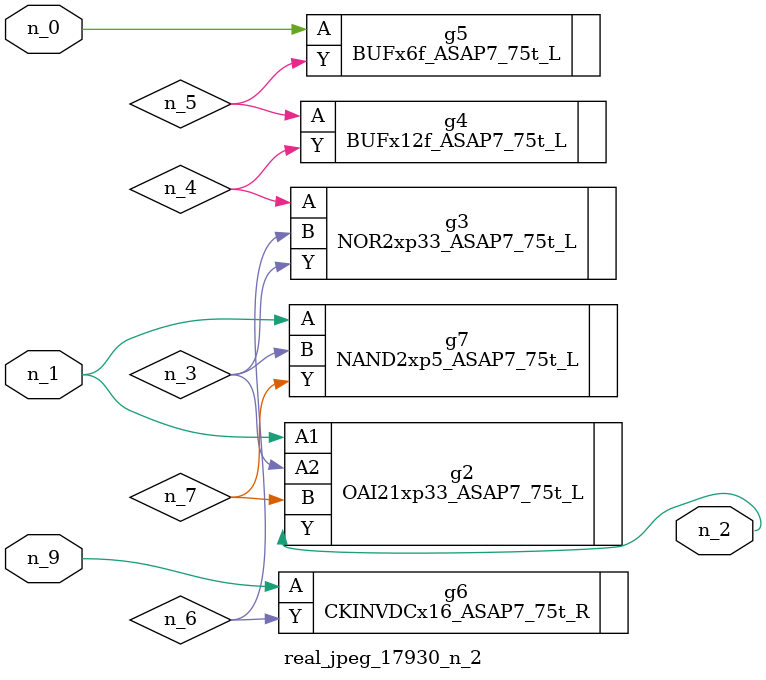
<source format=v>
module real_jpeg_17930_n_2 (n_1, n_0, n_9, n_2);

input n_1;
input n_0;
input n_9;

output n_2;

wire n_5;
wire n_4;
wire n_6;
wire n_7;
wire n_3;

BUFx6f_ASAP7_75t_L g5 ( 
.A(n_0),
.Y(n_5)
);

OAI21xp33_ASAP7_75t_L g2 ( 
.A1(n_1),
.A2(n_3),
.B(n_7),
.Y(n_2)
);

NAND2xp5_ASAP7_75t_L g7 ( 
.A(n_1),
.B(n_3),
.Y(n_7)
);

NOR2xp33_ASAP7_75t_L g3 ( 
.A(n_4),
.B(n_6),
.Y(n_3)
);

BUFx12f_ASAP7_75t_L g4 ( 
.A(n_5),
.Y(n_4)
);

CKINVDCx16_ASAP7_75t_R g6 ( 
.A(n_9),
.Y(n_6)
);


endmodule
</source>
